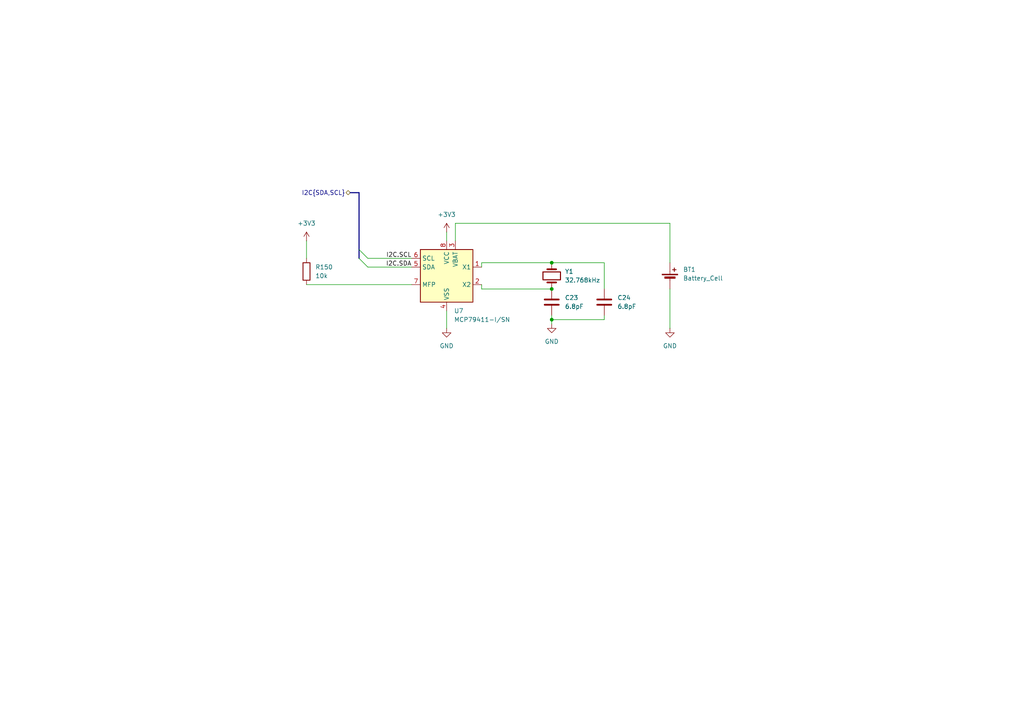
<source format=kicad_sch>
(kicad_sch (version 20250114) (generator "eeschema") (generator_version "9.0")
  (paper "A4")
  (lib_symbols
    (symbol "Device:Battery_Cell" (pin_numbers (hide yes)) (pin_names (offset 0) (hide yes))
      (property "Reference" "BT" (at 2.54 2.54 0))
      (property "Value" "Battery_Cell" (at 2.54 0 0))
      (symbol "Battery_Cell_0_1"
        (rectangle (start -2.286 1.778) (end 2.286 1.524) (fill (type outline)))
        (rectangle (start -1.524 1.016) (end 1.524 0.508) (fill (type outline)))
        (polyline (pts (xy 0 1.778) (xy 0 2.54)))
        (polyline (pts (xy 0 0.762) (xy 0 0)))
        (polyline (pts (xy 0.762 3.048) (xy 1.778 3.048)) (stroke (width 0.254)))
        (polyline (pts (xy 1.27 3.556) (xy 1.27 2.54)) (stroke (width 0.254)))
      )
      (symbol "Battery_Cell_1_1"
        (pin passive line (at 0 5.08 270) (length 2.54) (name "+") (number "1"))
        (pin passive line (at 0 -2.54 90) (length 2.54) (name "-") (number "2"))
      )
    )
    (symbol "Device:C" (pin_numbers (hide yes)) (pin_names (offset 0.254))
      (property "Reference" "C" (at 0.635 2.54 0))
      (property "Value" "C" (at 0.635 -2.54 0))
      (symbol "C_0_1"
        (polyline (pts (xy -2.032 0.762) (xy 2.032 0.762)) (stroke (width 0.508)))
        (polyline (pts (xy -2.032 -0.762) (xy 2.032 -0.762)) (stroke (width 0.508)))
      )
      (symbol "C_1_1"
        (pin passive line (at 0 3.81 270) (length 2.794) (name "~") (number "1"))
        (pin passive line (at 0 -3.81 90) (length 2.794) (name "~") (number "2"))
      )
    )
    (symbol "Device:Crystal" (pin_numbers (hide yes)) (pin_names (offset 1.016) (hide yes))
      (property "Reference" "Y" (at 0 3.81 0))
      (property "Value" "Crystal" (at 0 -3.81 0))
      (symbol "Crystal_0_1"
        (polyline (pts (xy -2.54 0) (xy -1.905 0)))
        (polyline (pts (xy -1.905 -1.27) (xy -1.905 1.27)) (stroke (width 0.508)))
        (rectangle (start -1.143 2.54) (end 1.143 -2.54) (stroke (width 0.3048)))
        (polyline (pts (xy 1.905 -1.27) (xy 1.905 1.27)) (stroke (width 0.508)))
        (polyline (pts (xy 2.54 0) (xy 1.905 0)))
      )
      (symbol "Crystal_1_1"
        (pin passive line (at -3.81 0 0) (length 1.27) (name "1") (number "1"))
        (pin passive line (at 3.81 0 180) (length 1.27) (name "2") (number "2"))
      )
    )
    (symbol "Device:R" (pin_numbers (hide yes)) (pin_names (offset 0))
      (property "Reference" "R" (at 2.032 0 90))
      (property "Value" "R" (at 0 0 90))
      (symbol "R_0_1"
        (rectangle (start -1.016 -2.54) (end 1.016 2.54) (stroke (width 0.254)))
      )
      (symbol "R_1_1"
        (pin passive line (at 0 3.81 270) (length 1.27) (name "~") (number "1"))
        (pin passive line (at 0 -3.81 90) (length 1.27) (name "~") (number "2"))
      )
    )
    (symbol "Timer_RTC:MCP7940N-xSN"
      (property "Reference" "U" (at -6.35 8.89 0))
      (property "Value" "MCP7940N-xSN" (at 11.43 8.89 0))
      (symbol "MCP7940N-xSN_0_1"
        (rectangle (start -7.62 7.62) (end 7.62 -7.62) (stroke (width 0.254)) (fill (type background)))
      )
      (symbol "MCP7940N-xSN_1_1"
        (pin input line (at -10.16 5.08 0) (length 2.54) (name "SCL") (number "6"))
        (pin bidirectional line (at -10.16 2.54 0) (length 2.54) (name "SDA") (number "5"))
        (pin open_collector line (at -10.16 -2.54 0) (length 2.54) (name "MFP") (number "7"))
        (pin power_in line (at 0 10.16 270) (length 2.54) (name "VCC") (number "8"))
        (pin power_in line (at 0 -10.16 90) (length 2.54) (name "VSS") (number "4"))
        (pin power_in line (at 2.54 10.16 270) (length 2.54) (name "VBAT") (number "3"))
        (pin input line (at 10.16 2.54 180) (length 2.54) (name "X1") (number "1"))
        (pin output line (at 10.16 -2.54 180) (length 2.54) (name "X2") (number "2"))
      )
    )
    (symbol "power:+3V3" (power) (pin_numbers (hide yes)) (pin_names (offset 0) (hide yes))
      (property "Value" "+3V3" (at 0 3.556 0))
      (symbol "+3V3_0_1"
        (polyline (pts (xy -0.762 1.27) (xy 0 2.54)))
        (polyline (pts (xy 0 2.54) (xy 0.762 1.27)))
        (polyline (pts (xy 0 0) (xy 0 2.54)))
      )
      (symbol "+3V3_1_1"
        (pin power_in line (at 0 0 90) (length 0) (name "~") (number "1"))
      )
    )
    (symbol "power:GND" (power) (pin_numbers (hide yes)) (pin_names (offset 0) (hide yes))
      (property "Value" "GND" (at 0 -3.81 0))
      (symbol "GND_0_1"
        (polyline (pts (xy 0 0) (xy 0 -1.27) (xy 1.27 -1.27) (xy 0 -2.54) (xy -1.27 -1.27) (xy 0 -1.27)))
      )
      (symbol "GND_1_1"
        (pin power_in line (at 0 0 270) (length 0) (name "~") (number "1"))
      )
    )
  )
  (junction (at 160.02 83.82))
  (junction (at 160.02 92.71))
  (junction (at 160.02 76.2))
  (bus_entry (at 104.14 72.39) (size 2.54 2.54))
  (bus_entry (at 104.14 74.93) (size 2.54 2.54))
  (wire (pts (xy 175.26 83.82) (xy 175.26 76.2)))
  (wire (pts (xy 88.9 82.55) (xy 119.38 82.55)))
  (bus (pts (xy 104.14 72.39) (xy 104.14 74.93)))
  (wire (pts (xy 132.08 64.77) (xy 132.08 69.85)))
  (wire (pts (xy 139.7 76.2) (xy 139.7 77.47)))
  (wire (pts (xy 129.54 67.31) (xy 129.54 69.85)))
  (wire (pts (xy 129.54 95.25) (xy 129.54 90.17)))
  (wire (pts (xy 106.68 74.93) (xy 119.38 74.93)))
  (wire (pts (xy 160.02 93.98) (xy 160.02 92.71)))
  (wire (pts (xy 194.31 83.82) (xy 194.31 95.25)))
  (wire (pts (xy 160.02 92.71) (xy 160.02 91.44)))
  (wire (pts (xy 175.26 76.2) (xy 160.02 76.2)))
  (wire (pts (xy 139.7 83.82) (xy 139.7 82.55)))
  (wire (pts (xy 160.02 76.2) (xy 139.7 76.2)))
  (bus (pts (xy 104.14 55.88) (xy 104.14 72.39)))
  (wire (pts (xy 106.68 77.47) (xy 119.38 77.47)))
  (wire (pts (xy 194.31 76.2) (xy 194.31 64.77)))
  (wire (pts (xy 194.31 64.77) (xy 132.08 64.77)))
  (wire (pts (xy 175.26 92.71) (xy 160.02 92.71)))
  (wire (pts (xy 175.26 91.44) (xy 175.26 92.71)))
  (wire (pts (xy 160.02 83.82) (xy 139.7 83.82)))
  (bus (pts (xy 101.6 55.88) (xy 104.14 55.88)))
  (wire (pts (xy 88.9 69.85) (xy 88.9 74.93)))
  (label "I2C.SCL" (at 119.38 74.93 180))
  (label "I2C.SDA" (at 119.38 77.47 180))
  (hierarchical_label "I2C{SDA,SCL}" (shape bidirectional) (at 101.6 55.88 180))
  (symbol (lib_id "power:+3V3") (at 129.54 67.31 0) (unit 1)
    (property "Reference" "#PWR072" (effects (hide yes)))
    (property "Value" "+3V3" (at 129.54 62.23 0))
    (property "Description" "Power symbol creates a global label with name \"+3V3\"" (effects (hide yes)))
  )
  (symbol (lib_id "Device:C") (at 160.02 87.63 0) (unit 1)
    (property "Reference" "C23" (at 163.83 86.3599 0) (effects (justify left)))
    (property "Value" "6.8pF" (at 163.83 88.8999 0) (effects (justify left)))
    (property "Footprint" "Capacitor_SMD:C_0402_1005Metric" (effects (hide yes)))
    (property "Description" "CAP 6.8pF 0402 COG" (effects (hide yes)))
  )
  (symbol (lib_id "Device:Crystal") (at 160.02 80.01 90) (unit 1)
    (property "Reference" "Y1" (at 163.83 78.7399 90) (effects (justify right)))
    (property "Value" "32.768kHz" (at 163.83 81.2799 90) (effects (justify right)))
    (property "Footprint" "Crystal:Crystal_SMD_3215-2Pin_3.2x1.5mm" (effects (hide yes)))
    (property "Description" "Two pin crystal" (effects (hide yes)))
    (property "Partnumber" "3131M32768DT06LL" (effects (hide yes)))
    (property "Manufacturer" "HCI" (effects (hide yes)))
  )
  (symbol (lib_id "Device:C") (at 175.26 87.63 0) (unit 1)
    (property "Reference" "C24" (at 179.07 86.3599 0) (effects (justify left)))
    (property "Value" "6.8pF" (at 179.07 88.8999 0) (effects (justify left)))
    (property "Footprint" "Capacitor_SMD:C_0402_1005Metric" (effects (hide yes)))
    (property "Description" "CAP 6.8pF 0402 COG" (effects (hide yes)))
  )
  (symbol (lib_id "power:+3V3") (at 88.9 69.85 0) (unit 1)
    (property "Reference" "#PWR071" (effects (hide yes)))
    (property "Value" "+3V3" (at 88.9 64.77 0))
    (property "Description" "Power symbol creates a global label with name \"+3V3\"" (effects (hide yes)))
  )
  (symbol (lib_id "Device:R") (at 88.9 78.74 180) (unit 1)
    (property "Reference" "R150" (at 91.44 77.4699 0) (effects (justify right)))
    (property "Value" "10k" (at 91.44 80.0099 0) (effects (justify right)))
    (property "Footprint" "Resistor_SMD:R_0603_1608Metric" (effects (hide yes)))
    (property "Description" "Resistor" (effects (hide yes)))
  )
  (symbol (lib_id "Device:Battery_Cell") (at 194.31 81.28 0) (unit 1)
    (property "Reference" "BT1" (at 198.12 78.1684 0) (effects (justify left)))
    (property "Value" "Battery_Cell" (at 198.12 80.7084 0) (effects (justify left)))
    (property "Footprint" "Battery:BatteryHolder_LINX_BAT-HLD-012-SMT" (effects (hide yes)))
    (property "Description" "Single-cell battery" (effects (hide yes)))
  )
  (symbol (lib_id "Timer_RTC:MCP7940N-xSN") (at 129.54 80.01 0) (unit 1)
    (property "Reference" "U7" (at 131.6833 90.17 0) (effects (justify left)))
    (property "Value" "MCP79411-I/SN" (at 131.6833 92.71 0) (effects (justify left)))
    (property "Footprint" "Package_SO:SOIC-8_3.9x4.9mm_P1.27mm" (effects (hide yes)))
    (property "Datasheet" "http://ww1.microchip.com/downloads/en/DeviceDoc/20005010F.pdf" (effects (hide yes)))
    (property "Description" "Real-Time Clock, I2C, Battery Backup, SOIC-8" (effects (hide yes)))
    (property "Partnumber" "MCP79411-I/SN" (effects (hide yes)))
    (property "Manufacturer" "MICROCHIP" (effects (hide yes)))
  )
  (symbol (lib_id "power:GND") (at 160.02 93.98 0) (unit 1)
    (property "Reference" "#PWR021" (effects (hide yes)))
    (property "Value" "GND" (at 160.02 99.06 0))
    (property "Description" "Power symbol creates a global label with name \"GND\" , ground" (effects (hide yes)))
  )
  (symbol (lib_id "power:GND") (at 129.54 95.25 0) (unit 1)
    (property "Reference" "#PWR069" (effects (hide yes)))
    (property "Value" "GND" (at 129.54 100.33 0))
    (property "Description" "Power symbol creates a global label with name \"GND\" , ground" (effects (hide yes)))
  )
  (symbol (lib_id "power:GND") (at 194.31 95.25 0) (unit 1)
    (property "Reference" "#PWR070" (effects (hide yes)))
    (property "Value" "GND" (at 194.31 100.33 0))
    (property "Description" "Power symbol creates a global label with name \"GND\" , ground" (effects (hide yes)))
  )
)
</source>
